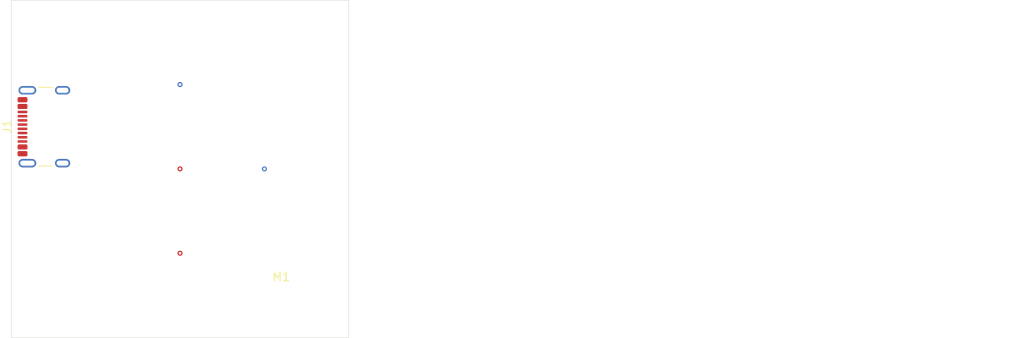
<source format=kicad_pcb>
(kicad_pcb (version 20241229) (generator "pcbnew") (generator_version "9.0")
  (layers (0 "F.Cu" signal) (4 "In1.Cu" signal) (6 "In2.Cu" signal) (8 "In3.Cu" signal) (10 "In4.Cu" signal) (2 "B.Cu" signal) (13 "F.Paste" user) (15 "B.Paste" user) (5 "F.SilkS" user "F.Silkscreen") (7 "B.SilkS" user "B.Silkscreen") (1 "F.Mask" user) (3 "B.Mask" user) (25 "Edge.Cuts" user))
  (net 0 "")
  (net 2 "Net-(J1-VBUS-PadA4)")
  (net 5 "Net-(J1-GND-PadA1)")
  (footprint "MountingHole:MountingHole_2.1mm" (layer "F.Cu") (at 132 86)
    (property "Reference" "M1" (at 0 -3.2 0) (layer "F.SilkS"))
    (property "Value" "MountingHole_2.1mm")
    (pad "" np_thru_hole circle (at 0 0) (size 2.1 2.1) (drill 2.1) (layers "*.Cu" "*.Mask"))
  )
  (footprint "Connector_USB:USB_C_Receptacle_GCT_USB4105-xx-A_16P_TopMnt_Horizontal" (layer "F.Cu") (at 105 65 90)
    (property "Reference" "J1" (at 0 -5.5 90) (layer "F.SilkS"))
    (property "Value" "USB_C_Receptacle")
    (fp_line (start 4.67 -0.1) (end 4.67 -1.8) (stroke (width 0.12)) (layer "F.SilkS"))
    (fp_line (start -4.67 -0.1) (end -4.67 -1.8) (stroke (width 0.12)) (layer "F.SilkS"))
    (pad "" np_thru_hole circle (at -2.89 -2.605 90) (size 0.65 0.65) (drill 0.65) (layers "F&B.Cu" "*.Mask"))
    (pad "" np_thru_hole circle (at 2.89 -2.605 90) (size 0.65 0.65) (drill 0.65) (layers "F&B.Cu" "*.Mask"))
    (pad "A1" smd roundrect (at -3.2 -3.68 90) (size 0.6 1.15) (layers "F.Cu" "F.Mask" "F.Paste") (net 5 "Net-(J1-GND-PadA1)"))
    (pad "A4" smd roundrect (at -2.4 -3.68 90) (size 0.6 1.15) (layers "F.Cu" "F.Mask" "F.Paste") (net 2 "Net-(J1-VBUS-PadA4)"))
    (pad "A5" smd roundrect (at -1.25 -3.68 90) (size 0.3 1.15) (layers "F.Cu" "F.Mask" "F.Paste"))
    (pad "A6" smd roundrect (at -0.25 -3.68 90) (size 0.3 1.15) (layers "F.Cu" "F.Mask" "F.Paste"))
    (pad "A7" smd roundrect (at 0.25 -3.68 90) (size 0.3 1.15) (layers "F.Cu" "F.Mask" "F.Paste"))
    (pad "A8" smd roundrect (at 1.25 -3.68 90) (size 0.3 1.15) (layers "F.Cu" "F.Mask" "F.Paste"))
    (pad "A9" smd roundrect (at 2.4 -3.68 90) (size 0.6 1.15) (layers "F.Cu" "F.Mask" "F.Paste") (net 2 "Net-(J1-VBUS-PadA4)"))
    (pad "A12" smd roundrect (at 3.2 -3.68 90) (size 0.6 1.15) (layers "F.Cu" "F.Mask" "F.Paste") (net 5 "Net-(J1-GND-PadA1)"))
    (pad "B1" smd roundrect (at 3.2 -3.68 90) (size 0.6 1.15) (layers "F.Cu" "F.Mask" "F.Paste") (net 5 "Net-(J1-GND-PadA1)"))
    (pad "B4" smd roundrect (at 2.4 -3.68 90) (size 0.6 1.15) (layers "F.Cu" "F.Mask" "F.Paste") (net 2 "Net-(J1-VBUS-PadA4)"))
    (pad "B5" smd roundrect (at 1.75 -3.68 90) (size 0.3 1.15) (layers "F.Cu" "F.Mask" "F.Paste"))
    (pad "B6" smd roundrect (at 0.75 -3.68 90) (size 0.3 1.15) (layers "F.Cu" "F.Mask" "F.Paste"))
    (pad "B7" smd roundrect (at -0.75 -3.68 90) (size 0.3 1.15) (layers "F.Cu" "F.Mask" "F.Paste"))
    (pad "B8" smd roundrect (at -1.75 -3.68 90) (size 0.3 1.15) (layers "F.Cu" "F.Mask" "F.Paste"))
    (pad "B9" smd roundrect (at -2.4 -3.68 90) (size 0.6 1.15) (layers "F.Cu" "F.Mask" "F.Paste") (net 2 "Net-(J1-VBUS-PadA4)"))
    (pad "B12" smd roundrect (at -3.2 -3.68 90) (size 0.6 1.15) (layers "F.Cu" "F.Mask" "F.Paste") (net 5 "Net-(J1-GND-PadA1)"))
    (pad "S1" thru_hole oval (at -4.32 -3.105 90) (size 1 2.1) (drill oval 0.6 1.7) (layers "*.Cu" "*.Mask" "F.Paste"))
    (pad "S1" thru_hole oval (at -4.32 1.075 90) (size 1 1.8) (drill oval 0.6 1.4) (layers "*.Cu" "*.Mask" "F.Paste"))
    (pad "S1" thru_hole oval (at 4.32 -3.105 90) (size 1 2.1) (drill oval 0.6 1.7) (layers "*.Cu" "*.Mask" "F.Paste"))
    (pad "S1" thru_hole oval (at 4.32 1.075 90) (size 1 1.8) (drill oval 0.6 1.4) (layers "*.Cu" "*.Mask" "F.Paste"))
  )
  (gr_rect (start 100 50) (end 140 90) (stroke (width 0.05)) (fill no) (layer "Edge.Cuts"))
  (via blind (at 120 70) (size 0.6) (drill 0.3) (layers "F.Cu" "In3.Cu") (net 0))
  (via micro (at 120 80) (size 0.6) (drill 0.3) (layers "F.Cu" "In2.Cu") (net 0))
  (via (at 120 60) (size 0.6) (drill 0.3) (layers "F.Cu" "B.Cu") (net 0))
  (via blind (at 130 70) (size 0.6) (drill 0.3) (layers "In1.Cu" "B.Cu") (net 0))
)
</source>
